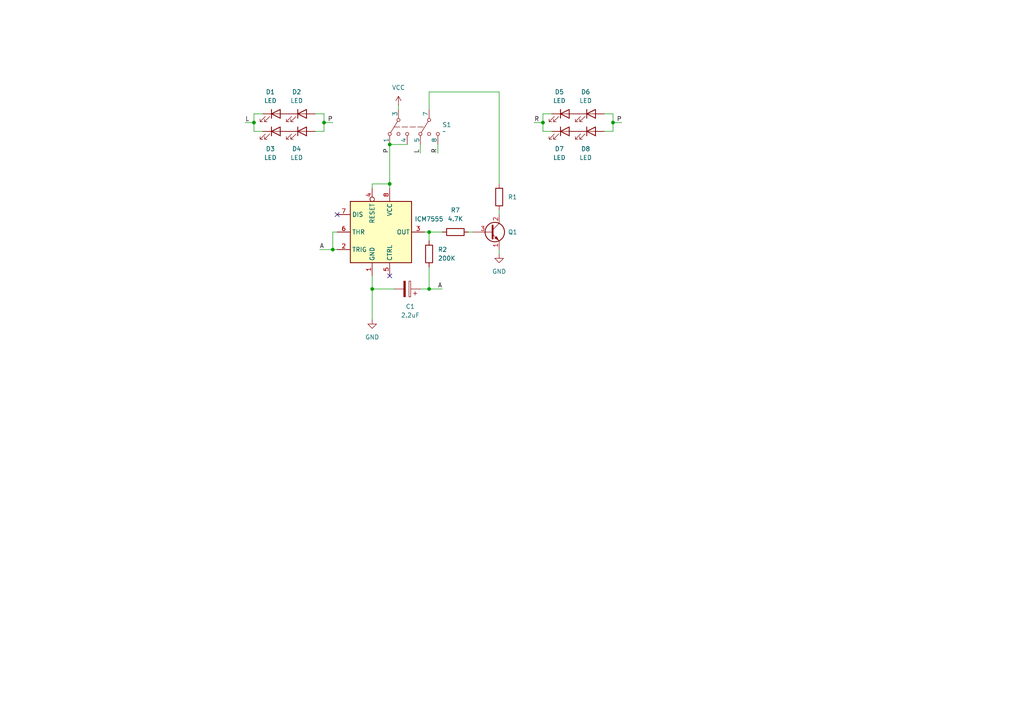
<source format=kicad_sch>
(kicad_sch (version 20231120) (generator "eeschema") (generator_version "8.0")
  (paper "A4")
  (lib_symbols
    (symbol "Custom:ICM7555"
      (property "Reference" "U" (at -9.144 10.16 0))
      (property "Value" "ICM7555" (at 3.556 10.16 0))
      (symbol "ICM7555_0_0"
        (pin power_in line (at -2.54 -12.7 90) (length 3.81) (name "GND") (number "1"))
        (pin power_in line (at 2.54 12.7 270) (length 3.81) (name "VCC") (number "8"))
      )
      (symbol "ICM7555_0_1"
        (rectangle (start -8.89 8.89) (end 8.89 -8.89) (stroke (width 0.254)) (fill (type background)))
      )
      (symbol "ICM7555_1_1"
        (pin input line (at -12.7 -5.08 0) (length 3.81) (name "TRIG") (number "2"))
        (pin output line (at 12.7 0 180) (length 3.81) (name "OUT") (number "3"))
        (pin input inverted (at -2.54 12.7 270) (length 3.81) (name "RESET") (number "4"))
        (pin input line (at 2.54 -12.7 90) (length 3.81) (name "CTRL") (number "5"))
        (pin input line (at -12.7 0 0) (length 3.81) (name "THR") (number "6"))
        (pin input line (at -12.7 5.08 0) (length 3.81) (name "DIS") (number "7"))
      )
    )
    (symbol "Custom:SW_ROCKER_6PIN" (pin_numbers hide) (pin_names (offset 0))
      (property "Reference" "S" (at -4.318 -9.398 0))
      (symbol "SW_ROCKER_6PIN_0_1"
        (circle (center -2.032 -5.08) (radius 0.4572))
        (circle (center -2.032 3.81) (radius 0.4572))
        (polyline (pts (xy -1.651 -4.826) (xy 1.651 -2.794)))
        (polyline (pts (xy -1.651 4.064) (xy 1.651 6.096)))
        (polyline (pts (xy 0 5.08) (xy 0 -3.81)) (stroke (width 0) (type dash)))
        (circle (center 2.032 -7.62) (radius 0.4572))
        (circle (center 2.032 -5.08) (radius 0.4572))
        (circle (center 2.032 -2.54) (radius 0.4572))
        (circle (center 2.032 1.27) (radius 0.4572))
        (circle (center 2.032 3.81) (radius 0.4572))
        (circle (center 2.032 6.35) (radius 0.4572))
      )
      (symbol "SW_ROCKER_6PIN_1_1"
        (pin passive line (at 5.08 6.35 180) (length 2.54) (name "1") (number "1"))
        (pin passive line (at -5.08 3.81 0) (length 2.54) (name "3") (number "2"))
        (pin passive line (at 5.08 1.27 180) (length 2.54) (name "4") (number "3"))
        (pin passive line (at 5.08 -2.54 180) (length 2.54) (name "5") (number "4"))
        (pin passive line (at -5.08 -5.08 0) (length 2.54) (name "7") (number "5"))
        (pin passive line (at 5.08 -7.62 180) (length 2.54) (name "8") (number "6"))
      )
    )
    (symbol "Device:C_Polarized" (pin_numbers hide) (pin_names (offset 0.254))
      (property "Reference" "C" (at 0.635 2.54 0))
      (property "Value" "C_Polarized" (at 0.635 -2.54 0))
      (symbol "C_Polarized_0_1"
        (rectangle (start -2.286 0.508) (end 2.286 1.016))
        (polyline (pts (xy -1.778 2.286) (xy -0.762 2.286)))
        (polyline (pts (xy -1.27 2.794) (xy -1.27 1.778)))
        (rectangle (start 2.286 -0.508) (end -2.286 -1.016) (fill (type outline)))
      )
      (symbol "C_Polarized_1_1"
        (pin passive line (at 0 3.81 270) (length 2.794) (name "~") (number "1"))
        (pin passive line (at 0 -3.81 90) (length 2.794) (name "~") (number "2"))
      )
    )
    (symbol "Device:LED" (pin_numbers hide) (pin_names (offset 1.016) hide)
      (property "Reference" "D" (at 0 2.54 0))
      (property "Value" "LED" (at 0 -2.54 0))
      (symbol "LED_0_1"
        (polyline (pts (xy -1.27 -1.27) (xy -1.27 1.27)) (stroke (width 0.254)))
        (polyline (pts (xy -1.27 0) (xy 1.27 0)))
        (polyline (pts (xy 1.27 -1.27) (xy 1.27 1.27) (xy -1.27 0) (xy 1.27 -1.27)) (stroke (width 0.254)))
        (polyline (pts (xy -3.048 -0.762) (xy -4.572 -2.286) (xy -3.81 -2.286) (xy -4.572 -2.286) (xy -4.572 -1.524)))
        (polyline (pts (xy -1.778 -0.762) (xy -3.302 -2.286) (xy -2.54 -2.286) (xy -3.302 -2.286) (xy -3.302 -1.524)))
      )
      (symbol "LED_1_1"
        (pin passive line (at -3.81 0 0) (length 2.54) (name "K") (number "1"))
        (pin passive line (at 3.81 0 180) (length 2.54) (name "A") (number "2"))
      )
    )
    (symbol "Device:Q_NPN_ECB" (pin_names (offset 0) hide)
      (property "Reference" "Q" (at 5.08 1.27 0))
      (property "Value" "Q_NPN_ECB" (at 5.08 -1.27 0))
      (symbol "Q_NPN_ECB_0_1"
        (polyline (pts (xy 0.635 0.635) (xy 2.54 2.54)))
        (polyline (pts (xy 0.635 -0.635) (xy 2.54 -2.54) (xy 2.54 -2.54)))
        (polyline (pts (xy 0.635 1.905) (xy 0.635 -1.905) (xy 0.635 -1.905)) (stroke (width 0.508)))
        (polyline (pts (xy 1.27 -1.778) (xy 1.778 -1.27) (xy 2.286 -2.286) (xy 1.27 -1.778) (xy 1.27 -1.778)) (fill (type outline)))
        (circle (center 1.27 0) (radius 2.8194) (stroke (width 0.254)))
      )
      (symbol "Q_NPN_ECB_1_1"
        (pin passive line (at 2.54 -5.08 90) (length 2.54) (name "E") (number "1"))
        (pin passive line (at 2.54 5.08 270) (length 2.54) (name "C") (number "2"))
        (pin passive line (at -5.08 0 0) (length 5.715) (name "B") (number "3"))
      )
    )
    (symbol "Device:R" (pin_numbers hide) (pin_names (offset 0))
      (property "Reference" "R" (at 2.032 0 90))
      (property "Value" "R" (at 0 0 90))
      (symbol "R_0_1"
        (rectangle (start -1.016 -2.54) (end 1.016 2.54) (stroke (width 0.254)))
      )
      (symbol "R_1_1"
        (pin passive line (at 0 3.81 270) (length 1.27) (name "~") (number "1"))
        (pin passive line (at 0 -3.81 90) (length 1.27) (name "~") (number "2"))
      )
    )
    (symbol "LED_1" (pin_numbers hide) (pin_names (offset 1.016) hide)
      (property "Reference" "D" (at 0 2.54 0))
      (property "Value" "LED" (at 0 -2.54 0))
      (symbol "LED_1_0_1"
        (polyline (pts (xy -1.27 -1.27) (xy -1.27 1.27)) (stroke (width 0.254)))
        (polyline (pts (xy -1.27 0) (xy 1.27 0)))
        (polyline (pts (xy 1.27 -1.27) (xy 1.27 1.27) (xy -1.27 0) (xy 1.27 -1.27)) (stroke (width 0.254)))
        (polyline (pts (xy -3.048 -0.762) (xy -4.572 -2.286) (xy -3.81 -2.286) (xy -4.572 -2.286) (xy -4.572 -1.524)))
        (polyline (pts (xy -1.778 -0.762) (xy -3.302 -2.286) (xy -2.54 -2.286) (xy -3.302 -2.286) (xy -3.302 -1.524)))
      )
      (symbol "LED_1_1_1"
        (pin passive line (at -3.81 0 0) (length 2.54) (name "K") (number "1"))
        (pin passive line (at 3.81 0 180) (length 2.54) (name "A") (number "2"))
      )
    )
    (symbol "power:+3V0" (power) (pin_numbers hide) (pin_names (offset 0) hide)
      (property "Value" "+3V0" (at 0 3.556 0))
      (symbol "+3V0_0_1"
        (polyline (pts (xy -0.762 1.27) (xy 0 2.54)))
        (polyline (pts (xy 0 0) (xy 0 2.54)))
        (polyline (pts (xy 0 2.54) (xy 0.762 1.27)))
      )
      (symbol "+3V0_1_1"
        (pin power_in line (at 0 0 90) (length 0) (name "~") (number "1"))
      )
    )
    (symbol "power:GND" (power) (pin_numbers hide) (pin_names (offset 0) hide)
      (property "Value" "GND" (at 0 -3.81 0))
      (symbol "GND_0_1"
        (polyline (pts (xy 0 0) (xy 0 -1.27) (xy 1.27 -1.27) (xy 0 -2.54) (xy -1.27 -1.27) (xy 0 -1.27)))
      )
      (symbol "GND_1_1"
        (pin power_in line (at 0 0 270) (length 0) (name "~") (number "1"))
      )
    )
  )
  (junction (at 113.03 41.91))
  (junction (at 157.48 35.56))
  (junction (at 93.98 35.56))
  (junction (at 107.95 83.82))
  (junction (at 124.46 83.82))
  (junction (at 177.8 35.56))
  (junction (at 124.46 67.31))
  (junction (at 73.66 35.56))
  (junction (at 96.52 72.39))
  (junction (at 113.03 53.34))
  (no_connect (at 113.03 80.01))
  (no_connect (at 97.79 62.23))
  (wire (pts (xy 107.95 83.82) (xy 107.95 92.71)))
  (wire (pts (xy 76.2 38.1) (xy 73.66 38.1)))
  (wire (pts (xy 96.52 72.39) (xy 96.52 67.31)))
  (wire (pts (xy 73.66 38.1) (xy 73.66 35.56)))
  (wire (pts (xy 123.19 67.31) (xy 124.46 67.31)))
  (wire (pts (xy 124.46 77.47) (xy 124.46 83.82)))
  (wire (pts (xy 121.92 83.82) (xy 124.46 83.82)))
  (wire (pts (xy 124.46 26.67) (xy 124.46 31.75)))
  (wire (pts (xy 160.02 38.1) (xy 157.48 38.1)))
  (wire (pts (xy 157.48 38.1) (xy 157.48 35.56)))
  (wire (pts (xy 73.66 33.02) (xy 76.2 33.02)))
  (wire (pts (xy 157.48 35.56) (xy 157.48 33.02)))
  (wire (pts (xy 177.8 33.02) (xy 175.26 33.02)))
  (wire (pts (xy 124.46 69.85) (xy 124.46 67.31)))
  (wire (pts (xy 144.78 73.66) (xy 144.78 72.39)))
  (wire (pts (xy 144.78 60.96) (xy 144.78 62.23)))
  (wire (pts (xy 107.95 53.34) (xy 107.95 54.61)))
  (wire (pts (xy 92.71 72.39) (xy 96.52 72.39)))
  (wire (pts (xy 177.8 38.1) (xy 177.8 35.56)))
  (wire (pts (xy 113.03 54.61) (xy 113.03 53.34)))
  (wire (pts (xy 113.03 41.91) (xy 113.03 53.34)))
  (wire (pts (xy 91.44 38.1) (xy 93.98 38.1)))
  (wire (pts (xy 121.92 41.91) (xy 121.92 44.45)))
  (wire (pts (xy 157.48 33.02) (xy 160.02 33.02)))
  (wire (pts (xy 71.12 35.56) (xy 73.66 35.56)))
  (wire (pts (xy 96.52 67.31) (xy 97.79 67.31)))
  (wire (pts (xy 144.78 26.67) (xy 124.46 26.67)))
  (wire (pts (xy 115.57 30.48) (xy 115.57 31.75)))
  (wire (pts (xy 154.94 35.56) (xy 157.48 35.56)))
  (wire (pts (xy 93.98 33.02) (xy 91.44 33.02)))
  (wire (pts (xy 93.98 35.56) (xy 93.98 33.02)))
  (wire (pts (xy 177.8 35.56) (xy 180.34 35.56)))
  (wire (pts (xy 73.66 35.56) (xy 73.66 33.02)))
  (wire (pts (xy 175.26 38.1) (xy 177.8 38.1)))
  (wire (pts (xy 113.03 41.91) (xy 118.11 41.91)))
  (wire (pts (xy 107.95 83.82) (xy 114.3 83.82)))
  (wire (pts (xy 93.98 38.1) (xy 93.98 35.56)))
  (wire (pts (xy 107.95 83.82) (xy 107.95 80.01)))
  (wire (pts (xy 177.8 35.56) (xy 177.8 33.02)))
  (wire (pts (xy 93.98 35.56) (xy 96.52 35.56)))
  (wire (pts (xy 127 41.91) (xy 127 44.45)))
  (wire (pts (xy 124.46 67.31) (xy 128.27 67.31)))
  (wire (pts (xy 124.46 83.82) (xy 128.27 83.82)))
  (wire (pts (xy 113.03 53.34) (xy 107.95 53.34)))
  (wire (pts (xy 137.16 67.31) (xy 135.89 67.31)))
  (wire (pts (xy 96.52 72.39) (xy 97.79 72.39)))
  (wire (pts (xy 144.78 26.67) (xy 144.78 53.34)))
  (label "A" (at 92.71 72.39 0))
  (label "A" (at 128.27 83.82 180))
  (label "P" (at 180.34 35.56 180))
  (label "P" (at 113.03 44.45 90))
  (label "P" (at 96.52 35.56 180))
  (label "L" (at 71.12 35.56 0))
  (label "L" (at 121.92 44.45 90))
  (label "R" (at 154.94 35.56 0))
  (label "R" (at 127 44.45 90))
  (symbol (lib_name "LED_1") (lib_id "Device:LED") (at 80.01 33.02 0) (unit 1)
    (property "Reference" "D1" (at 78.4225 26.67 0))
    (property "Value" "LED" (at 78.4225 29.21 0))
    (property "Description" "Light emitting diode" (effects (hide yes)))
  )
  (symbol (lib_id "power:+3V0") (at 115.57 30.48 0) (unit 1)
    (property "Reference" "#PWR03" (effects (hide yes)))
    (property "Value" "VCC" (at 115.57 25.4 0))
    (property "Description" "Power symbol creates a global label with name \"+3V0\"" (effects (hide yes)))
  )
  (symbol (lib_name "LED_1") (lib_id "Device:LED") (at 163.83 33.02 0) (unit 1)
    (property "Reference" "D5" (at 162.2425 26.67 0))
    (property "Value" "LED" (at 162.2425 29.21 0))
    (property "Description" "Light emitting diode" (effects (hide yes)))
  )
  (symbol (lib_id "power:GND") (at 107.95 92.71 0) (unit 1)
    (property "Reference" "#PWR08" (effects (hide yes)))
    (property "Value" "GND" (at 107.95 97.79 0))
    (property "Description" "Power symbol creates a global label with name \"GND\" , ground" (effects (hide yes)))
  )
  (symbol (lib_id "Device:LED") (at 87.63 38.1 0) (unit 1)
    (property "Reference" "D4" (at 86.0425 43.18 0))
    (property "Value" "LED" (at 86.0425 45.72 0))
    (property "Description" "Light emitting diode" (effects (hide yes)))
  )
  (symbol (lib_id "Device:R") (at 132.08 67.31 90) (unit 1)
    (property "Reference" "R7" (at 132.08 60.96 90))
    (property "Value" "4.7K" (at 132.08 63.5 90))
    (property "Footprint" "Custom:0603_1608Metric_Pad_HandSolder_Valuea" (effects (hide yes)))
    (property "Description" "Resistor" (effects (hide yes)))
  )
  (symbol (lib_name "LED_1") (lib_id "Device:LED") (at 80.01 38.1 0) (unit 1)
    (property "Reference" "D3" (at 78.4225 43.18 0))
    (property "Value" "LED" (at 78.4225 45.72 0))
    (property "Description" "Light emitting diode" (effects (hide yes)))
  )
  (symbol (lib_id "Device:R") (at 124.46 73.66 180) (unit 1)
    (property "Reference" "R2" (at 127 72.3899 0) (effects (justify right)))
    (property "Value" "200K" (at 127 74.9299 0) (effects (justify right)))
    (property "Footprint" "Custom:0603_1608Metric_Pad_HandSolder_Valuea" (effects (hide yes)))
    (property "Description" "Resistor" (effects (hide yes)))
  )
  (symbol (lib_id "Custom:SW_ROCKER_6PIN") (at 119.38 36.83 90) (mirror x) (unit 1) (on_board no)
    (property "Reference" "S1" (at 128.27 36.1949 90) (effects (justify right)))
    (property "Value" "~" (at 128.27 38.1 90) (effects (justify right)))
    (property "Description" "ON-OFF-ON 6 pin rocker switch" (effects (hide yes)))
  )
  (symbol (lib_id "Custom:ICM7555") (at 110.49 67.31 0) (unit 1)
    (property "Reference" "U1" (effects (hide yes)))
    (property "Value" "ICM7555" (at 124.46 63.5314 0))
    (property "Footprint" "Package_SO:SOIC-8_3.9x4.9mm_P1.27mm" (effects (hide yes)))
    (property "Datasheet" "https://www.analog.com/media/en/technical-documentation/data-sheets/ICM7555-ICM7556.pdf" (effects (hide yes)))
    (property "Description" "CMOS General Purpose Timer, 555 compatible, SOIC-8" (effects (hide yes)))
  )
  (symbol (lib_name "LED_1") (lib_id "Device:LED") (at 163.83 38.1 0) (unit 1)
    (property "Reference" "D7" (at 162.2425 43.18 0))
    (property "Value" "LED" (at 162.2425 45.72 0))
    (property "Description" "Light emitting diode" (effects (hide yes)))
  )
  (symbol (lib_id "Device:LED") (at 87.63 33.02 0) (unit 1)
    (property "Reference" "D2" (at 86.0425 26.67 0))
    (property "Value" "LED" (at 86.0425 29.21 0))
    (property "Description" "Light emitting diode" (effects (hide yes)))
  )
  (symbol (lib_id "Device:LED") (at 171.45 38.1 0) (unit 1)
    (property "Reference" "D8" (at 169.8625 43.18 0))
    (property "Value" "LED" (at 169.8625 45.72 0))
    (property "Description" "Light emitting diode" (effects (hide yes)))
  )
  (symbol (lib_id "Device:R") (at 144.78 57.15 180) (unit 1)
    (property "Reference" "R1" (at 147.32 57.1499 0) (effects (justify right)))
    (property "Value" "4.7K" (effects (hide yes)))
    (property "Footprint" "Custom:0603_1608Metric_Pad_HandSolder_Valuea" (effects (hide yes)))
    (property "Description" "Resistor" (effects (hide yes)))
  )
  (symbol (lib_id "Device:C_Polarized") (at 118.11 83.82 270) (mirror x) (unit 1)
    (property "Reference" "C1" (at 118.999 88.9 90))
    (property "Value" "2.2uF" (at 118.999 91.44 90))
    (property "Footprint" "Custom:0603_1608Metric_Pad_HandSolder_Valuea" (effects (hide yes)))
    (property "Description" "Polarized capacitor" (effects (hide yes)))
  )
  (symbol (lib_id "power:GND") (at 144.78 73.66 0) (unit 1)
    (property "Reference" "#PWR010" (effects (hide yes)))
    (property "Value" "GND" (at 144.78 78.74 0))
    (property "Description" "Power symbol creates a global label with name \"GND\" , ground" (effects (hide yes)))
  )
  (symbol (lib_id "Device:LED") (at 171.45 33.02 0) (unit 1)
    (property "Reference" "D6" (at 169.8625 26.67 0))
    (property "Value" "LED" (at 169.8625 29.21 0))
    (property "Description" "Light emitting diode" (effects (hide yes)))
  )
  (symbol (lib_id "Device:Q_NPN_ECB") (at 142.24 67.31 0) (unit 1)
    (property "Reference" "Q1" (at 147.32 67.3099 0) (effects (justify left)))
    (property "Value" "C2383" (effects (hide yes)))
    (property "Footprint" "Package_TO_SOT_THT:TO-220-3_Vertical" (effects (hide yes)))
    (property "Description" "NPN transistor, emitter/collector/base" (effects (hide yes)))
  )
)
</source>
